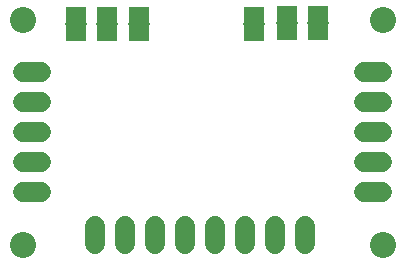
<source format=gbr>
G04 EAGLE Gerber RS-274X export*
G75*
%MOMM*%
%FSLAX34Y34*%
%LPD*%
%INSoldermask Bottom*%
%IPPOS*%
%AMOC8*
5,1,8,0,0,1.08239X$1,22.5*%
G01*
%ADD10C,2.203200*%
%ADD11R,1.803400X1.371600*%
%ADD12R,1.828800X0.152400*%
%ADD13C,1.727200*%


D10*
X50000Y250000D03*
X50000Y60000D03*
X355000Y60000D03*
X355000Y250000D03*
D11*
X95200Y254720D03*
X95200Y239480D03*
D12*
X95200Y247100D03*
D11*
X121600Y254820D03*
X121600Y239580D03*
D12*
X121600Y247200D03*
D11*
X148600Y254790D03*
X148600Y239550D03*
D12*
X148600Y247170D03*
D11*
X246200Y254720D03*
X246200Y239480D03*
D12*
X246200Y247100D03*
D11*
X273400Y255520D03*
X273400Y240280D03*
D12*
X273400Y247900D03*
D11*
X300000Y255120D03*
X300000Y239880D03*
D12*
X300000Y247500D03*
D13*
X288900Y75720D02*
X288900Y60480D01*
X263500Y60480D02*
X263500Y75720D01*
X238100Y75720D02*
X238100Y60480D01*
X212700Y60480D02*
X212700Y75720D01*
X187300Y75720D02*
X187300Y60480D01*
X161900Y60480D02*
X161900Y75720D01*
X136500Y75720D02*
X136500Y60480D01*
X111100Y60480D02*
X111100Y75720D01*
X65720Y104200D02*
X50480Y104200D01*
X50480Y129600D02*
X65720Y129600D01*
X65720Y155000D02*
X50480Y155000D01*
X50480Y180400D02*
X65720Y180400D01*
X65720Y205800D02*
X50480Y205800D01*
X339280Y205800D02*
X354520Y205800D01*
X354520Y180400D02*
X339280Y180400D01*
X339280Y155000D02*
X354520Y155000D01*
X354520Y129600D02*
X339280Y129600D01*
X339280Y104200D02*
X354520Y104200D01*
M02*

</source>
